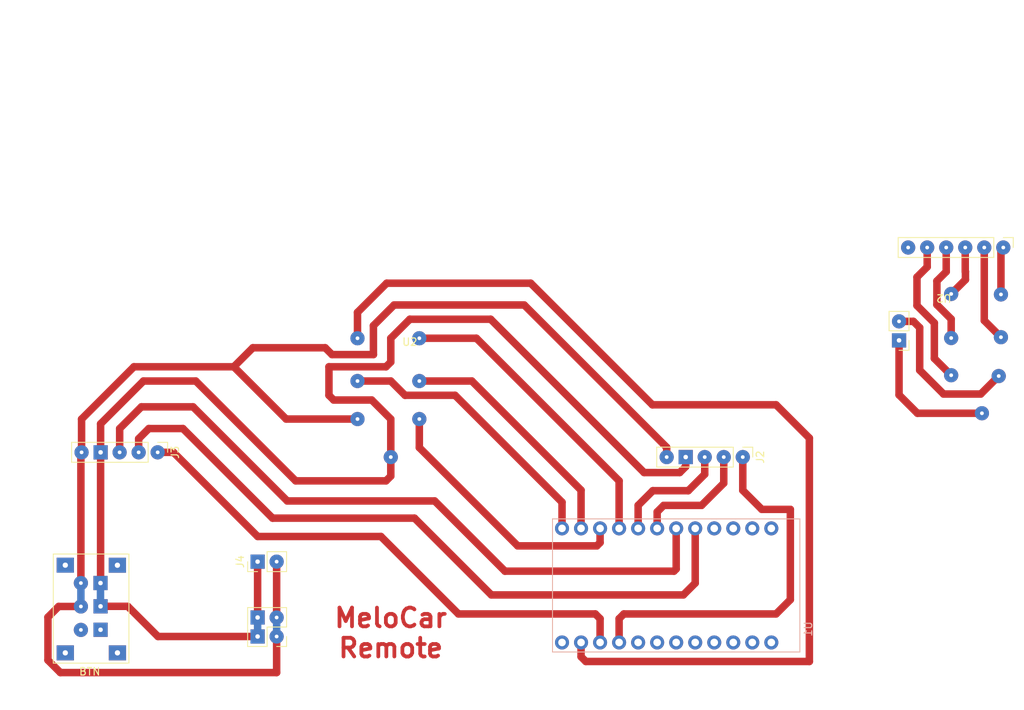
<source format=kicad_pcb>
(kicad_pcb (version 20211014) (generator pcbnew)
  (layers (0 "F.Cu" signal) (31 "B.Cu" signal) (34 "B.Paste" user) (35 "F.Paste" user) (36 "B.SilkS" user "B.Silkscreen") (37 "F.SilkS" user "F.Silkscreen") (38 "B.Mask" user) (39 "F.Mask" user) (44 "Edge.Cuts" user))
  (net 0 "")
  (net 1 "+5V")
  (net 2 "GND")
  (net 13 "Net-(J2-Pad1)")
  (net 14 "Net-(J2-Pad3)")
  (net 15 "Net-(J3-Pad2)")
  (net 16 "Net-(J2-Pad2)")
  (net 17 "Net-(J3-Pad3)")
  (net 21 "Net-(U1-PadJP6_9)")
  (net 22 "Net-(U1-PadJP6_10)")
  (net 23 "Net-(U1-PadJP6_11)")
  (net 24 "Net-(U1-PadJP6_12)")
  (net 25 "Net-(U1-PadJP7_2)")
  (net 27 "Net-(U1-PadJP7_3)")
  (footprint "" (layer "F.Cu") (at 145.90181 53.517441)
    (fp_text reference "" (at 0 0) (layer "F.SilkS") (effects (font (size 1.27 1.27))))
    (fp_text value "" (at 0 0) (layer "F.SilkS") (effects (font (size 1.27 1.27))))
    (pad "5" thru_hole oval (at 0 0) (size 1.9 1.9) (drill 0.5) (layers *.Cu *.Mask) (net 21 "Net-(U1-PadJP6_9)"))
  )
  (footprint "Arduino pro mini:NRF24L01" (layer "F.Cu") (at 144.927162 53.582754 180)
    (fp_text reference "U2" (at 0 -0.5 180 unlocked) (layer "F.SilkS"))
    (fp_text value "NRF24L01_Breakout")
    (fp_line (start 4.654 -4.867) (end 4.654 -2.267) (layer "F.SilkS") (width 0.12))
    (fp_line (start -6.663297 7.597626) (end -6.663297 4.937626) (layer "F.SilkS") (width 0.12))
    (fp_line (start -7.933297 7.597626) (end -9.263297 7.597626) (layer "F.SilkS") (width 0.12))
    (fp_line (start -9.263297 7.597626) (end -9.263297 6.267626) (layer "F.SilkS") (width 0.12))
    (fp_line (start 6.096703 7.597626) (end 6.096703 4.937626) (layer "F.SilkS") (width 0.12))
    (fp_line (start 7.314 -4.867) (end 7.314 -2.267) (layer "F.SilkS") (width 0.12))
    (fp_line (start 4.654 -2.267) (end 7.314 -2.267) (layer "F.SilkS") (width 0.12))
    (fp_line (start -6.663297 4.937626) (end 6.096703 4.937626) (layer "F.SilkS") (width 0.12))
    (fp_line (start 4.654 -4.867) (end 7.314 -4.867) (layer "F.SilkS") (width 0.12))
    (fp_line (start -6.663297 7.597626) (end 6.096703 7.597626) (layer "F.SilkS") (width 0.12))
    (fp_line (start 4.654 -6.137) (end 4.654 -7.467) (layer "F.SilkS") (width 0.12))
    (fp_line (start 4.654 -7.467) (end 5.984 -7.467) (layer "F.SilkS") (width 0.12))
    (pad "1" thru_hole oval (at 5.984 -3.597 180) (size 1.9 1.9) (drill 0.5) (layers *.Cu *.Mask) (net 2 "GND"))
    (pad "2" thru_hole rect (at 5.984 -6.137 180) (size 1.9 1.9) (drill 0.6) (layers *.Cu *.Mask) (net 1 "+5V"))
    (pad "3" thru_hole oval (at -7.933297 6.267626 270) (size 1.9 1.9) (drill 0.5) (layers *.Cu *.Mask) (net 25 "Net-(U1-PadJP7_2)"))
    (pad "4" thru_hole oval (at -5.393297 6.267626 270) (size 1.9 1.9) (drill 0.5) (layers *.Cu *.Mask) (net 24 "Net-(U1-PadJP6_12)"))
    (pad "5" thru_hole oval (at -2.853297 6.267626 270) (size 1.9 1.9) (drill 0.5) (layers *.Cu *.Mask) (net 21 "Net-(U1-PadJP6_9)"))
    (pad "6" thru_hole oval (at -0.313297 6.267626 270) (size 1.9 1.9) (drill 0.5) (layers *.Cu *.Mask) (net 23 "Net-(U1-PadJP6_11)"))
    (pad "7" thru_hole oval (at 2.226703 6.267626 270) (size 1.9 1.9) (drill 0.5) (layers *.Cu *.Mask) (net 22 "Net-(U1-PadJP6_10)"))
    (pad "8" thru_hole oval (at 4.766703 6.267626 270) (size 1.9 1.9) (drill 0.5) (layers *.Cu *.Mask))
  )
  (footprint "" (layer "F.Cu") (at 74.901603 65.152205)
    (fp_text reference "" (at 0 0) (layer "F.SilkS") (effects (font (size 1.27 1.27))))
    (fp_text value "" (at 0 0) (layer "F.SilkS") (effects (font (size 1.27 1.27))))
    (pad "6" thru_hole oval (at 0 0) (size 1.9 1.9) (drill 0.5) (layers *.Cu *.Mask) (net 23 "Net-(U1-PadJP6_11)"))
  )
  (footprint "" (layer "F.Cu") (at 145.90181 64.377754)
    (fp_text reference "" (at 0 0) (layer "F.SilkS") (effects (font (size 1.27 1.27))))
    (fp_text value "" (at 0 0) (layer "F.SilkS") (effects (font (size 1.27 1.27))))
    (pad "7" thru_hole oval (at 0 0) (size 1.9 1.9) (drill 0.5) (layers *.Cu *.Mask) (net 22 "Net-(U1-PadJP6_10)"))
  )
  (footprint "" (layer "F.Cu") (at 152.547162 59.297754)
    (fp_text reference "" (at 0 0) (layer "F.SilkS") (effects (font (size 1.27 1.27))))
    (fp_text value "" (at 0 0) (layer "F.SilkS") (effects (font (size 1.27 1.27))))
    (pad "4" thru_hole oval (at 0 0) (size 1.9 1.9) (drill 0.5) (layers *.Cu *.Mask) (net 24 "Net-(U1-PadJP6_12)"))
  )
  (footprint "Connector_PinHeader_2.54mm:PinHeader_2x02_P2.54mm_Vertical" (layer "F.Cu") (at 55.851603 99.282205 180)
    (fp_text reference "" (at 1.27 -2.33) (layer "F.SilkS"))
    (fp_text value "POWERS")
    (fp_line (start -1.33 3.87) (end 3.87 3.87) (layer "F.SilkS") (width 0.12))
    (fp_line (start 3.87 -1.33) (end 3.87 3.87) (layer "F.SilkS") (width 0.12))
    (fp_line (start 1.27 1.27) (end 1.27 -1.33) (layer "F.SilkS") (width 0.12))
    (fp_line (start -1.33 1.27) (end 1.27 1.27) (layer "F.SilkS") (width 0.12))
    (fp_line (start -1.33 -1.33) (end 0 -1.33) (layer "F.SilkS") (width 0.12))
    (fp_line (start -1.33 1.27) (end -1.33 3.87) (layer "F.SilkS") (width 0.12))
    (fp_line (start 1.27 -1.33) (end 3.87 -1.33) (layer "F.SilkS") (width 0.12))
    (fp_line (start -1.33 0) (end -1.33 -1.33) (layer "F.SilkS") (width 0.12))
    (pad "1" thru_hole oval (at 0 0 180) (size 1.9 1.9) (drill 0.5) (layers *.Cu *.Mask) (net 2 "GND"))
    (pad "2" thru_hole rect (at 2.54 0 180) (size 1.9 1.9) (drill 0.6) (layers *.Cu *.Mask) (net 1 "+5V"))
    (pad "3" thru_hole oval (at 0 2.54 180) (size 1.9 1.9) (drill 0.5) (layers *.Cu *.Mask) (net 2 "GND"))
    (pad "4" thru_hole rect (at 2.54 2.54 180) (size 1.9 1.9) (drill 0.6) (layers *.Cu *.Mask) (net 1 "+5V"))
  )
  (footprint "" (layer "F.Cu") (at 71.091603 75.312205)
    (fp_text reference "" (at 0 0) (layer "F.SilkS") (effects (font (size 1.27 1.27))))
    (fp_text value "" (at 0 0) (layer "F.SilkS") (effects (font (size 1.27 1.27))))
    (pad "2" thru_hole oval (at 0 0) (size 1.9 1.9) (drill 0.5) (layers *.Cu *.Mask) (net 1 "+5V"))
  )
  (footprint "" (layer "F.Cu") (at 66.646603 59.437205)
    (fp_text reference "" (at 0 0) (layer "F.SilkS") (effects (font (size 1.27 1.27))))
    (fp_text value "" (at 0 0) (layer "F.SilkS") (effects (font (size 1.27 1.27))))
    (pad "3" thru_hole oval (at 0 0) (size 1.9 1.9) (drill 0.5) (layers *.Cu *.Mask) (net 25 "Net-(U1-PadJP7_2)"))
  )
  (footprint "" (layer "F.Cu") (at 74.901603 70.232205)
    (fp_text reference "" (at 0 0) (layer "F.SilkS") (effects (font (size 1.27 1.27))))
    (fp_text value "" (at 0 0) (layer "F.SilkS") (effects (font (size 1.27 1.27))))
    (pad "7" thru_hole oval (at 0 0) (size 1.9 1.9) (drill 0.5) (layers *.Cu *.Mask) (net 22 "Net-(U1-PadJP6_10)"))
  )
  (footprint "Connector_PinHeader_2.54mm:PinHeader_1x02_P2.54mm_Vertical" (layer "F.Cu") (at 53.311603 89.282205 90)
    (fp_text reference "J4" (at 0 -2.33 90) (layer "F.SilkS"))
    (fp_text value "Micro-Power-IN")
    (fp_line (start -1.33 0) (end -1.33 -1.33) (layer "F.SilkS") (width 0.12))
    (fp_line (start -1.33 1.27) (end 1.33 1.27) (layer "F.SilkS") (width 0.12))
    (fp_line (start -1.33 -1.33) (end 0 -1.33) (layer "F.SilkS") (width 0.12))
    (fp_line (start 1.33 1.27) (end 1.33 3.87) (layer "F.SilkS") (width 0.12))
    (fp_line (start -1.33 1.27) (end -1.33 3.87) (layer "F.SilkS") (width 0.12))
    (fp_line (start -1.33 3.87) (end 1.33 3.87) (layer "F.SilkS") (width 0.12))
    (pad "1" thru_hole rect (at 0 0 90) (size 1.9 1.9) (drill 0.6) (layers *.Cu *.Mask) (net 1 "+5V"))
    (pad "2" thru_hole oval (at 0 2.54 90) (size 1.9 1.9) (drill 0.5) (layers *.Cu *.Mask) (net 2 "GND"))
  )
  (footprint "" (layer "F.Cu") (at 152.25181 64.486479)
    (fp_text reference "" (at 0 0) (layer "F.SilkS") (effects (font (size 1.27 1.27))))
    (fp_text value "" (at 0 0) (layer "F.SilkS") (effects (font (size 1.27 1.27))))
    (pad "1" thru_hole oval (at 0 0) (size 1.9 1.9) (drill 0.5) (layers *.Cu *.Mask) (net 2 "GND"))
  )
  (footprint "" (layer "F.Cu") (at 152.547162 53.582754)
    (fp_text reference "" (at 0 0) (layer "F.SilkS") (effects (font (size 1.27 1.27))))
    (fp_text value "" (at 0 0) (layer "F.SilkS") (effects (font (size 1.27 1.27))))
    (pad "3" thru_hole oval (at 0 0) (size 1.9 1.9) (drill 0.5) (layers *.Cu *.Mask) (net 25 "Net-(U1-PadJP7_2)"))
  )
  (footprint "" (layer "F.Cu") (at 145.90181 59.406479)
    (fp_text reference "" (at 0 0) (layer "F.SilkS") (effects (font (size 1.27 1.27))))
    (fp_text value "" (at 0 0) (layer "F.SilkS") (effects (font (size 1.27 1.27))))
    (pad "6" thru_hole oval (at 0 0) (size 1.9 1.9) (drill 0.5) (layers *.Cu *.Mask) (net 23 "Net-(U1-PadJP6_11)"))
  )
  (footprint "" (layer "F.Cu") (at 74.901603 59.437205)
    (fp_text reference "" (at 0 0) (layer "F.SilkS") (effects (font (size 1.27 1.27))))
    (fp_text value "" (at 0 0) (layer "F.SilkS") (effects (font (size 1.27 1.27))))
    (pad "5" thru_hole oval (at 0 0) (size 1.9 1.9) (drill 0.5) (layers *.Cu *.Mask) (net 21 "Net-(U1-PadJP6_9)"))
  )
  (footprint "Connector_PinHeader_2.54mm:PinHeader_1x05_P2.54mm_Vertical" (layer "F.Cu") (at 118.081603 75.312205 -90)
    (fp_text reference "J2" (at 0 -2.33 90) (layer "F.SilkS"))
    (fp_text value "Joystick_Left")
    (fp_line (start -1.33 11.49) (end 1.33 11.49) (layer "F.SilkS") (width 0.12))
    (fp_line (start 1.33 1.27) (end 1.33 11.49) (layer "F.SilkS") (width 0.12))
    (fp_line (start -1.33 -1.33) (end 0 -1.33) (layer "F.SilkS") (width 0.12))
    (fp_line (start -1.33 0) (end -1.33 -1.33) (layer "F.SilkS") (width 0.12))
    (fp_line (start -1.33 1.27) (end -1.33 11.49) (layer "F.SilkS") (width 0.12))
    (fp_line (start -1.33 1.27) (end 1.33 1.27) (layer "F.SilkS") (width 0.12))
    (pad "1" thru_hole oval (at 0 0 270) (size 1.9 1.9) (drill 0.5) (layers *.Cu *.Mask) (net 13 "Net-(J2-Pad1)"))
    (pad "2" thru_hole oval (at 0 2.54 270) (size 1.9 1.9) (drill 0.5) (layers *.Cu *.Mask) (net 16 "Net-(J2-Pad2)"))
    (pad "3" thru_hole oval (at 0 5.08 270) (size 1.9 1.9) (drill 0.5) (layers *.Cu *.Mask) (net 14 "Net-(J2-Pad3)"))
    (pad "4" thru_hole rect (at 0 7.62 270) (size 1.9 1.9) (drill 0.6) (layers *.Cu *.Mask) (net 1 "+5V"))
    (pad "5" thru_hole oval (at 0 10.16 270) (size 1.9 1.9) (drill 0.5) (layers *.Cu *.Mask) (net 2 "GND"))
  )
  (footprint "Connector_PinHeader_2.54mm:PushButton_6_pin" (layer "F.Cu") (at 34.639603 101.347205 180)
    (fp_text reference "BTN" (at 3.74 -2.618) (layer "F.SilkS"))
    (fp_text value "PushButton_6_pin")
    (fp_line (start -1.491194 -1.496) (end 8.602 -1.496) (layer "F.SilkS") (width 0.12))
    (fp_line (start -1.491194 13.09) (end 8.602 13.09) (layer "F.SilkS") (width 0.12))
    (fp_line (start 8.602 -1.496) (end 8.602 13.09) (layer "F.SilkS") (width 0.12))
    (fp_line (start -1.491194 -1.496) (end -1.491194 13.09) (layer "F.SilkS") (width 0.12))
    (pad "" thru_hole rect (at 0.043736 11.586152 180) (size 2.3 2) (drill 0.7) (layers *.Cu *.Mask))
    (pad "" thru_hole rect (at 0.03893 -0.118391 180) (size 2.3 2) (drill 0.7) (layers *.Cu *.Mask))
    (pad "" thru_hole rect (at 7.000509 11.59419 180) (size 2.3 2) (drill 0.7) (layers *.Cu *.Mask))
    (pad "" thru_hole rect (at 7.000509 -0.118391 180) (size 2.3 2) (drill 0.7) (layers *.Cu *.Mask))
    (pad "1" thru_hole rect (at 2.294688 2.967779 180) (size 1.9 1.9) (drill 0.6) (layers *.Cu *.Mask))
    (pad "2" thru_hole oval (at 4.918896 2.948554 180) (size 1.9 1.9) (drill 0.5) (layers *.Cu *.Mask))
    (pad "3" thru_hole rect (at 2.29506 6.097205 180) (size 1.9 1.9) (drill 0.6) (layers *.Cu *.Mask) (net 1 "+5V"))
    (pad "4" thru_hole oval (at 4.919268 6.07798 180) (size 1.9 1.9) (drill 0.5) (layers *.Cu *.Mask) (net 2 "GND"))
    (pad "5" thru_hole rect (at 2.30164 9.207406 180) (size 1.9 1.9) (drill 0.6) (layers *.Cu *.Mask) (net 1 "+5V"))
    (pad "6" thru_hole oval (at 4.91964 9.207406 180) (size 1.9 1.9) (drill 0.5) (layers *.Cu *.Mask) (net 2 "GND"))
  )
  (footprint "" (layer "F.Cu") (at 66.646603 65.152205)
    (fp_text reference "" (at 0 0) (layer "F.SilkS") (effects (font (size 1.27 1.27))))
    (fp_text value "" (at 0 0) (layer "F.SilkS") (effects (font (size 1.27 1.27))))
    (pad "4" thru_hole oval (at 0 0) (size 1.9 1.9) (drill 0.5) (layers *.Cu *.Mask) (net 24 "Net-(U1-PadJP6_12)"))
  )
  (footprint "" (layer "F.Cu") (at 150.007162 69.457754)
    (fp_text reference "" (at 0 0) (layer "F.SilkS") (effects (font (size 1.27 1.27))))
    (fp_text value "" (at 0 0) (layer "F.SilkS") (effects (font (size 1.27 1.27))))
    (pad "2" thru_hole oval (at 0 0) (size 1.9 1.9) (drill 0.5) (layers *.Cu *.Mask) (net 1 "+5V"))
  )
  (footprint "" (layer "F.Cu") (at 66.646603 70.232205)
    (fp_text reference "" (at 0 0) (layer "F.SilkS") (effects (font (size 1.27 1.27))))
    (fp_text value "" (at 0 0) (layer "F.SilkS") (effects (font (size 1.27 1.27))))
    (pad "1" thru_hole oval (at 0 0) (size 1.9 1.9) (drill 0.5) (layers *.Cu *.Mask) (net 2 "GND"))
  )
  (footprint "Connector_PinHeader_2.54mm:PinHeader_1x05_P2.54mm_Vertical" (layer "F.Cu") (at 39.971603 74.677205 -90)
    (fp_text reference "J3" (at 0 -2.33 90) (layer "F.SilkS"))
    (fp_text value "Joystick_Right")
    (fp_line (start -1.33 -1.33) (end 0 -1.33) (layer "F.SilkS") (width 0.12))
    (fp_line (start 1.33 1.27) (end 1.33 11.49) (layer "F.SilkS") (width 0.12))
    (fp_line (start -1.33 1.27) (end -1.33 11.49) (layer "F.SilkS") (width 0.12))
    (fp_line (start -1.33 1.27) (end 1.33 1.27) (layer "F.SilkS") (width 0.12))
    (fp_line (start -1.33 0) (end -1.33 -1.33) (layer "F.SilkS") (width 0.12))
    (fp_line (start -1.33 11.49) (end 1.33 11.49) (layer "F.SilkS") (width 0.12))
    (pad "1" thru_hole oval (at 0 0 270) (size 1.9 1.9) (drill 0.5) (layers *.Cu *.Mask) (net 27 "Net-(U1-PadJP7_3)"))
    (pad "2" thru_hole oval (at 0 2.54 270) (size 1.9 1.9) (drill 0.5) (layers *.Cu *.Mask) (net 15 "Net-(J3-Pad2)"))
    (pad "3" thru_hole oval (at 0 5.08 270) (size 1.9 1.9) (drill 0.5) (layers *.Cu *.Mask) (net 17 "Net-(J3-Pad3)"))
    (pad "4" thru_hole rect (at 0 7.62 270) (size 1.9 1.9) (drill 0.6) (layers *.Cu *.Mask) (net 1 "+5V"))
    (pad "5" thru_hole oval (at 0 10.16 270) (size 1.9 1.9) (drill 0.5) (layers *.Cu *.Mask) (net 2 "GND"))
  )
  (footprint "Arduino pro mini:MODULE_ARDUINO_PRO_MINI" (layer "B.Cu") (at 109.191603 92.457205 90)
    (fp_text reference "U1" (at -5.825 17.635 270) (layer "B.SilkS") (effects (justify mirror)))
    (fp_text value "ARDUINO_PRO_MINI")
    (fp_line (start 8.89 16.51) (end -8.89 16.51) (layer "B.SilkS") (width 0.127))
    (fp_line (start -8.89 -16.51) (end 8.89 -16.51) (layer "B.SilkS") (width 0.127))
    (fp_line (start -8.89 16.51) (end -8.89 -16.51) (layer "B.SilkS") (width 0.127))
    (fp_line (start 8.89 -16.51) (end 8.89 16.51) (layer "B.SilkS") (width 0.127))
    (pad "JP6_1" thru_hole circle (at 7.62 12.7 90) (size 1.8796 1.8796) (drill 1.016) (layers *.Cu *.Mask))
    (pad "JP6_2" thru_hole circle (at 7.62 10.16 90) (size 1.8796 1.8796) (drill 1.016) (layers *.Cu *.Mask))
    (pad "JP6_3" thru_hole circle (at 7.62 7.62 90) (size 1.8796 1.8796) (drill 1.016) (layers *.Cu *.Mask))
    (pad "JP6_4" thru_hole circle (at 7.62 5.08 90) (size 1.8796 1.8796) (drill 1.016) (layers *.Cu *.Mask))
    (pad "JP6_5" thru_hole circle (at 7.62 2.54 90) (size 1.8796 1.8796) (drill 1.016) (layers *.Cu *.Mask) (net 15 "Net-(J3-Pad2)"))
    (pad "JP6_6" thru_hole circle (at 7.62 0 90) (size 1.8796 1.8796) (drill 1.016) (layers *.Cu *.Mask) (net 17 "Net-(J3-Pad3)"))
    (pad "JP6_7" thru_hole circle (at 7.62 -2.54 90) (size 1.8796 1.8796) (drill 1.016) (layers *.Cu *.Mask) (net 16 "Net-(J2-Pad2)"))
    (pad "JP6_8" thru_hole circle (at 7.62 -5.08 90) (size 1.8796 1.8796) (drill 1.016) (layers *.Cu *.Mask) (net 14 "Net-(J2-Pad3)"))
    (pad "JP6_9" thru_hole circle (at 7.62 -7.62 90) (size 1.8796 1.8796) (drill 1.016) (layers *.Cu *.Mask) (net 21 "Net-(U1-PadJP6_9)"))
    (pad "JP6_10" thru_hole circle (at 7.62 -10.16 90) (size 1.8796 1.8796) (drill 1.016) (layers *.Cu *.Mask) (net 22 "Net-(U1-PadJP6_10)"))
    (pad "JP6_11" thru_hole circle (at 7.62 -12.7 90) (size 1.8796 1.8796) (drill 1.016) (layers *.Cu *.Mask) (net 23 "Net-(U1-PadJP6_11)"))
    (pad "JP6_12" thru_hole circle (at 7.62 -15.24 90) (size 1.8796 1.8796) (drill 1.016) (layers *.Cu *.Mask) (net 24 "Net-(U1-PadJP6_12)"))
    (pad "JP7_1" thru_hole circle (at -7.62 -15.24 90) (size 1.8796 1.8796) (drill 1.016) (layers *.Cu *.Mask))
    (pad "JP7_2" thru_hole circle (at -7.62 -12.7 90) (size 1.8796 1.8796) (drill 1.016) (layers *.Cu *.Mask) (net 25 "Net-(U1-PadJP7_2)"))
    (pad "JP7_3" thru_hole circle (at -7.62 -10.16 90) (size 1.8796 1.8796) (drill 1.016) (layers *.Cu *.Mask) (net 27 "Net-(U1-PadJP7_3)"))
    (pad "JP7_4" thru_hole circle (at -7.62 -7.62 90) (size 1.8796 1.8796) (drill 1.016) (layers *.Cu *.Mask) (net 13 "Net-(J2-Pad1)"))
    (pad "JP7_5" thru_hole circle (at -7.62 -5.08 90) (size 1.8796 1.8796) (drill 1.016) (layers *.Cu *.Mask))
    (pad "JP7_6" thru_hole circle (at -7.62 -2.54 90) (size 1.8796 1.8796) (drill 1.016) (layers *.Cu *.Mask))
    (pad "JP7_7" thru_hole circle (at -7.62 0 90) (size 1.8796 1.8796) (drill 1.016) (layers *.Cu *.Mask))
    (pad "JP7_8" thru_hole circle (at -7.62 2.54 90) (size 1.8796 1.8796) (drill 1.016) (layers *.Cu *.Mask))
    (pad "JP7_9" thru_hole circle (at -7.62 5.08 90) (size 1.8796 1.8796) (drill 1.016) (layers *.Cu *.Mask))
    (pad "JP7_10" thru_hole circle (at -7.62 7.62 90) (size 1.8796 1.8796) (drill 1.016) (layers *.Cu *.Mask))
    (pad "JP7_11" thru_hole circle (at -7.62 10.16 90) (size 1.8796 1.8796) (drill 1.016) (layers *.Cu *.Mask))
    (pad "JP7_12" thru_hole circle (at -7.62 12.7 90) (size 1.8796 1.8796) (drill 1.016) (layers *.Cu *.Mask))
  )
  (gr_text "MeloCar\nRemote" (at 71.091603 98.807205) (layer "F.Cu") (effects (font (size 2.5 2.5) (thickness 0.5))))
  (gr_text "U2" (at 73.631603 59.937205) (layer "F.SilkS") (effects (font (size 1 1))))
  (segment (start 71.091603 59.437205) (end 71.091603 62.612205) (width 1) (layer "F.Cu") (net 1))
  (segment (start 62.836603 67.057205) (end 63.471603 67.692205) (width 1) (layer "F.Cu") (net 1))
  (segment (start 40.010662 99.282205) (end 35.978457 95.25) (width 1) (layer "F.Cu") (net 1))
  (segment (start 71.091603 70.232205) (end 71.091603 75.312205) (width 1) (layer "F.Cu") (net 1))
  (segment (start 71.091603 77.852205) (end 71.091603 75.312205) (width 1) (layer "F.Cu") (net 1))
  (segment (start 70.456603 78.487205) (end 71.091603 77.852205) (width 1) (layer "F.Cu") (net 1))
  (segment (start 63.471603 67.692205) (end 68.551603 67.692205) (width 1) (layer "F.Cu") (net 1))
  (segment (start 70.456603 63.247205) (end 62.836603 63.247205) (width 1) (layer "F.Cu") (net 1))
  (segment (start 150.007162 69.457754) (end 141.394511 69.457754) (width 1) (layer "F.Cu") (net 1))
  (segment (start 53.311603 89.282205) (end 53.311603 96.742205) (width 1) (layer "F.Cu") (net 1))
  (segment (start 138.943162 67.006405) (end 138.943162 59.719754) (width 1) (layer "F.Cu") (net 1))
  (segment (start 104.910513 77.381115) (end 84.426603 56.897205) (width 1) (layer "F.Cu") (net 1))
  (segment (start 73.631603 56.897205) (end 71.091603 59.437205) (width 1) (layer "F.Cu") (net 1))
  (segment (start 110.461603 76.582205) (end 109.662693 77.381115) (width 1) (layer "F.Cu") (net 1))
  (segment (start 32.351603 70.872205) (end 38.071603 65.152205) (width 1) (layer "F.Cu") (net 1))
  (segment (start 84.426603 56.897205) (end 73.631603 56.897205) (width 1) (layer "F.Cu") (net 1))
  (segment (start 32.351603 74.677205) (end 32.351603 92.126159) (width 1) (layer "F.Cu") (net 1))
  (segment (start 45.056603 65.152205) (end 58.391603 78.487205) (width 1) (layer "F.Cu") (net 1))
  (segment (start 110.461603 75.312205) (end 110.461603 76.582205) (width 1) (layer "F.Cu") (net 1))
  (segment (start 62.836603 63.247205) (end 62.836603 67.057205) (width 1) (layer "F.Cu") (net 1))
  (segment (start 38.071603 65.152205) (end 45.056603 65.152205) (width 1) (layer "F.Cu") (net 1))
  (segment (start 109.662693 77.381115) (end 104.910513 77.381115) (width 1) (layer "F.Cu") (net 1))
  (segment (start 71.091603 62.612205) (end 70.456603 63.247205) (width 1) (layer "F.Cu") (net 1))
  (segment (start 35.978457 95.25) (end 32.601543 95.25) (width 1) (layer "F.Cu") (net 1))
  (segment (start 53.311603 99.282205) (end 40.010662 99.282205) (width 1) (layer "F.Cu") (net 1))
  (segment (start 58.391603 78.487205) (end 70.456603 78.487205) (width 1) (layer "F.Cu") (net 1))
  (segment (start 68.551603 67.692205) (end 71.091603 70.232205) (width 1) (layer "F.Cu") (net 1))
  (segment (start 141.394511 69.457754) (end 138.943162 67.006405) (width 1) (layer "F.Cu") (net 1))
  (segment (start 32.351603 74.677205) (end 32.351603 70.872205) (width 1) (layer "F.Cu") (net 1))
  (segment (start 53.311603 99.282205) (end 53.311603 96.742205) (width 1) (layer "B.Cu") (net 1))
  (segment (start 32.337963 92.139799) (end 32.337963 95.24342) (width 1) (layer "B.Cu") (net 1))
  (segment (start 149.848544 66.889745) (end 144.887183 66.889745) (width 1) (layer "F.Cu") (net 2))
  (segment (start 25.322479 102.441981) (end 26.982008 104.10151) (width 1) (layer "F.Cu") (net 2))
  (segment (start 141.699243 58.021527) (end 140.85747 57.179754) (width 1) (layer "F.Cu") (net 2))
  (segment (start 29.811603 74.677205) (end 29.811603 70.237205) (width 1) (layer "F.Cu") (net 2))
  (segment (start 29.719963 92.139799) (end 29.719963 74.768845) (width 1) (layer "F.Cu") (net 2))
  (segment (start 29.720335 95.269225) (end 26.749881 95.269225) (width 1) (layer "F.Cu") (net 2))
  (segment (start 152.25181 64.486479) (end 149.848544 66.889745) (width 1) (layer "F.Cu") (net 2))
  (segment (start 68.773011 57.752344) (end 68.773011 61.62238) (width 1) (layer "F.Cu") (net 2))
  (segment (start 55.851603 104.10151) (end 55.851603 99.282205) (width 1) (layer "F.Cu") (net 2))
  (segment (start 141.699243 63.701805) (end 141.699243 58.021527) (width 1) (layer "F.Cu") (net 2))
  (segment (start 57.121603 70.232205) (end 66.646603 70.232205) (width 1) (layer "F.Cu") (net 2))
  (segment (start 25.322479 96.696627) (end 25.322479 102.441981) (width 1) (layer "F.Cu") (net 2))
  (segment (start 88.901911 54.992205) (end 71.53315 54.992205) (width 1) (layer "F.Cu") (net 2))
  (segment (start 26.982008 104.10151) (end 55.851603 104.10151) (width 1) (layer "F.Cu") (net 2))
  (segment (start 55.851603 89.282205) (end 55.851603 96.742205) (width 1) (layer "F.Cu") (net 2))
  (segment (start 107.921603 74.011897) (end 88.901911 54.992205) (width 1) (layer "F.Cu") (net 2))
  (segment (start 50.136603 63.247205) (end 57.121603 70.232205) (width 1) (layer "F.Cu") (net 2))
  (segment (start 68.773011 61.62238) (end 63.248608 61.62238) (width 1) (layer "F.Cu") (net 2))
  (segment (start 29.811603 70.237205) (end 36.801603 63.247205) (width 1) (layer "F.Cu") (net 2))
  (segment (start 52.676603 60.707205) (end 50.136603 63.247205) (width 1) (layer "F.Cu") (net 2))
  (segment (start 140.85747 57.179754) (end 138.943162 57.179754) (width 1) (layer "F.Cu") (net 2))
  (segment (start 144.887183 66.889745) (end 141.699243 63.701805) (width 1) (layer "F.Cu") (net 2))
  (segment (start 71.53315 54.992205) (end 68.773011 57.752344) (width 1) (layer "F.Cu") (net 2))
  (segment (start 107.921603 75.312205) (end 107.921603 74.011897) (width 1) (layer "F.Cu") (net 2))
  (segment (start 63.248608 61.62238) (end 62.333433 60.707205) (width 1) (layer "F.Cu") (net 2))
  (segment (start 26.749881 95.269225) (end 25.322479 96.696627) (width 1) (layer "F.Cu") (net 2))
  (segment (start 36.801603 63.247205) (end 50.136603 63.247205) (width 1) (layer "F.Cu") (net 2))
  (segment (start 62.333433 60.707205) (end 52.676603 60.707205) (width 1) (layer "F.Cu") (net 2))
  (segment (start 29.720335 95.269225) (end 29.720335 92.140171) (width 1) (layer "B.Cu") (net 2))
  (segment (start 55.851603 99.282205) (end 55.851603 96.742205) (width 1) (layer "B.Cu") (net 2))
  (segment (start 120.621603 82.297205) (end 124.431603 82.297205) (width 1) (layer "F.Cu") (net 13))
  (segment (start 118.081603 75.312205) (end 118.081603 79.757205) (width 1) (layer "F.Cu") (net 13))
  (segment (start 122.526603 96.267205) (end 102.206603 96.267205) (width 1) (layer "F.Cu") (net 13))
  (segment (start 124.431603 94.362205) (end 122.526603 96.267205) (width 1) (layer "F.Cu") (net 13))
  (segment (start 102.206603 96.267205) (end 101.571603 96.902205) (width 1) (layer "F.Cu") (net 13))
  (segment (start 118.081603 79.757205) (end 120.621603 82.297205) (width 1) (layer "F.Cu") (net 13))
  (segment (start 101.571603 96.902205) (end 101.571603 100.077205) (width 1) (layer "F.Cu") (net 13))
  (segment (start 124.431603 82.297205) (end 124.431603 94.362205) (width 1) (layer "F.Cu") (net 13))
  (segment (start 106.069905 79.80358) (end 104.111603 81.761882) (width 1) (layer "F.Cu") (net 14))
  (segment (start 113.001603 77.605377) (end 110.8034 79.80358) (width 1) (layer "F.Cu") (net 14))
  (segment (start 110.8034 79.80358) (end 106.069905 79.80358) (width 1) (layer "F.Cu") (net 14))
  (segment (start 113.001603 75.312205) (end 113.001603 77.605377) (width 1) (layer "F.Cu") (net 14))
  (segment (start 104.111603 81.761882) (end 104.111603 84.837205) (width 1) (layer "F.Cu") (net 14))
  (segment (start 38.788571 71.502205) (end 37.431603 72.859173) (width 1) (layer "F.Cu") (net 15))
  (segment (start 111.731603 84.837205) (end 111.731603 92.146268) (width 1) (layer "F.Cu") (net 15))
  (segment (start 110.150666 93.727205) (end 84.518308 93.727205) (width 1) (layer "F.Cu") (net 15))
  (segment (start 37.431603 72.859173) (end 37.431603 74.677205) (width 1) (layer "F.Cu") (net 15))
  (segment (start 111.731603 92.146268) (end 110.150666 93.727205) (width 1) (layer "F.Cu") (net 15))
  (segment (start 43.338368 71.502205) (end 38.788571 71.502205) (width 1) (layer "F.Cu") (net 15))
  (segment (start 84.518308 93.727205) (end 74.262435 83.471332) (width 1) (layer "F.Cu") (net 15))
  (segment (start 55.307495 83.471332) (end 43.338368 71.502205) (width 1) (layer "F.Cu") (net 15))
  (segment (start 74.262435 83.471332) (end 55.307495 83.471332) (width 1) (layer "F.Cu") (net 15))
  (segment (start 115.541603 78.799641) (end 112.575369 81.765875) (width 1) (layer "F.Cu") (net 16))
  (segment (start 112.575369 81.765875) (end 107.523177 81.765875) (width 1) (layer "F.Cu") (net 16))
  (segment (start 107.523177 81.765875) (end 106.651603 82.637449) (width 1) (layer "F.Cu") (net 16))
  (segment (start 115.541603 75.312205) (end 115.541603 78.799641) (width 1) (layer "F.Cu") (net 16))
  (segment (start 106.651603 82.637449) (end 106.651603 84.837205) (width 1) (layer "F.Cu") (net 16))
  (segment (start 44.692412 68.598014) (end 57.268524 81.174126) (width 1) (layer "F.Cu") (net 17))
  (segment (start 108.89866 90.552205) (end 109.191603 90.259262) (width 1) (layer "F.Cu") (net 17))
  (segment (start 86.331603 90.552205) (end 108.89866 90.552205) (width 1) (layer "F.Cu") (net 17))
  (segment (start 109.191603 90.259262) (end 109.191603 84.837205) (width 1) (layer "F.Cu") (net 17))
  (segment (start 76.953524 81.174126) (end 86.331603 90.552205) (width 1) (layer "F.Cu") (net 17))
  (segment (start 34.896603 74.672205) (end 34.896603 71.502205) (width 1) (layer "F.Cu") (net 17))
  (segment (start 37.800794 68.598014) (end 44.692412 68.598014) (width 1) (layer "F.Cu") (net 17))
  (segment (start 34.896603 71.502205) (end 37.800794 68.598014) (width 1) (layer "F.Cu") (net 17))
  (segment (start 57.268524 81.174126) (end 76.953524 81.174126) (width 1) (layer "F.Cu") (net 17))
  (segment (start 147.780459 50.490128) (end 147.780459 47.315128) (width 1) (layer "F.Cu") (net 21))
  (segment (start 82.521603 59.437205) (end 101.571603 78.487205) (width 1) (layer "F.Cu") (net 21))
  (segment (start 147.80681 50.516479) (end 147.780459 50.490128) (width 1) (layer "F.Cu") (net 21))
  (segment (start 147.80681 51.612441) (end 147.80681 50.516479) (width 1) (layer "F.Cu") (net 21))
  (segment (start 101.571603 78.487205) (end 101.571603 84.837205) (width 1) (layer "F.Cu") (net 21))
  (segment (start 74.901603 59.437205) (end 82.521603 59.437205) (width 1) (layer "F.Cu") (net 21))
  (segment (start 145.90181 53.517441) (end 147.80681 51.612441) (width 1) (layer "F.Cu") (net 21))
  (segment (start 143.657162 57.392754) (end 143.657162 62.133106) (width 1) (layer "F.Cu") (net 22))
  (segment (start 142.700459 47.315128) (end 142.700459 49.90783) (width 1) (layer "F.Cu") (net 22))
  (segment (start 99.031603 84.837205) (end 99.031603 86.742205) (width 1) (layer "F.Cu") (net 22))
  (segment (start 99.031603 86.742205) (end 98.599872 87.173936) (width 1) (layer "F.Cu") (net 22))
  (segment (start 143.657162 62.133106) (end 145.90181 64.377754) (width 1) (layer "F.Cu") (net 22))
  (segment (start 141.337689 55.073281) (end 143.657162 57.392754) (width 1) (layer "F.Cu") (net 22))
  (segment (start 141.337689 51.2706) (end 141.337689 55.073281) (width 1) (layer "F.Cu") (net 22))
  (segment (start 98.599872 87.173936) (end 88.033334 87.173936) (width 1) (layer "F.Cu") (net 22))
  (segment (start 142.700459 49.90783) (end 141.337689 51.2706) (width 1) (layer "F.Cu") (net 22))
  (segment (start 88.033334 87.173936) (end 74.901603 74.042205) (width 1) (layer "F.Cu") (net 22))
  (segment (start 74.901603 74.042205) (end 74.901603 70.232205) (width 1) (layer "F.Cu") (net 22))
  (segment (start 143.99681 54.961479) (end 143.99681 51.786479) (width 1) (layer "F.Cu") (net 23))
  (segment (start 143.99681 51.786479) (end 145.240459 50.54283) (width 1) (layer "F.Cu") (net 23))
  (segment (start 81.914619 65.152205) (end 74.901603 65.152205) (width 1) (layer "F.Cu") (net 23))
  (segment (start 145.240459 50.54283) (end 145.240459 47.315128) (width 1) (layer "F.Cu") (net 23))
  (segment (start 96.491603 84.837205) (end 96.491603 79.729189) (width 1) (layer "F.Cu") (net 23))
  (segment (start 96.491603 79.729189) (end 81.914619 65.152205) (width 1) (layer "F.Cu") (net 23))
  (segment (start 145.90181 56.866479) (end 143.99681 54.961479) (width 1) (layer "F.Cu") (net 23))
  (segment (start 145.90181 59.406479) (end 145.90181 56.866479) (width 1) (layer "F.Cu") (net 23))
  (segment (start 79.671885 67.057205) (end 72.996603 67.057205) (width 1) (layer "F.Cu") (net 24))
  (segment (start 72.996603 67.057205) (end 71.091603 65.152205) (width 1) (layer "F.Cu") (net 24))
  (segment (start 93.951603 84.837205) (end 93.951603 81.336923) (width 1) (layer "F.Cu") (net 24))
  (segment (start 71.091603 65.152205) (end 66.646603 65.152205) (width 1) (layer "F.Cu") (net 24))
  (segment (start 93.951603 81.336923) (end 79.671885 67.057205) (width 1) (layer "F.Cu") (net 24))
  (segment (start 152.547162 59.297754) (end 150.320459 57.071051) (width 1) (layer "F.Cu") (net 24))
  (segment (start 150.320459 57.071051) (end 150.320459 47.315128) (width 1) (layer "F.Cu") (net 24))
  (segment (start 106.016603 68.327205) (end 89.775542 52.086144) (width 1) (layer "F.Cu") (net 25))
  (segment (start 66.646603 55.979173) (end 66.646603 59.437205) (width 1) (layer "F.Cu") (net 25))
  (segment (start 97.126603 102.617205) (end 126.971603 102.617205) (width 1) (layer "F.Cu") (net 25))
  (segment (start 96.491603 101.982205) (end 97.126603 102.617205) (width 1) (layer "F.Cu") (net 25))
  (segment (start 122.526603 68.327205) (end 106.016603 68.327205) (width 1) (layer "F.Cu") (net 25))
  (segment (start 70.539632 52.086144) (end 66.646603 55.979173) (width 1) (layer "F.Cu") (net 25))
  (segment (start 96.491603 100.077205) (end 96.491603 101.982205) (width 1) (layer "F.Cu") (net 25))
  (segment (start 126.971603 102.617205) (end 126.971603 72.772205) (width 1) (layer "F.Cu") (net 25))
  (segment (start 152.547162 53.582754) (end 152.547162 47.628425) (width 1) (layer "F.Cu") (net 25))
  (segment (start 126.971603 72.772205) (end 122.526603 68.327205) (width 1) (layer "F.Cu") (net 25))
  (segment (start 89.775542 52.086144) (end 70.539632 52.086144) (width 1) (layer "F.Cu") (net 25))
  (segment (start 98.396603 96.267205) (end 80.121892 96.267205) (width 1) (layer "F.Cu") (net 27))
  (segment (start 80.121892 96.267205) (end 69.776372 85.921685) (width 1) (layer "F.Cu") (net 27))
  (segment (start 69.776372 85.921685) (end 53.324802 85.921685) (width 1) (layer "F.Cu") (net 27))
  (segment (start 99.031603 96.902205) (end 98.396603 96.267205) (width 1) (layer "F.Cu") (net 27))
  (segment (start 42.080322 74.677205) (end 39.971603 74.677205) (width 1) (layer "F.Cu") (net 27))
  (segment (start 53.324802 85.921685) (end 42.080322 74.677205) (width 1) (layer "F.Cu") (net 27))
  (segment (start 99.031603 100.077205) (end 99.031603 96.902205) (width 1) (layer "F.Cu") (net 27))
)
</source>
